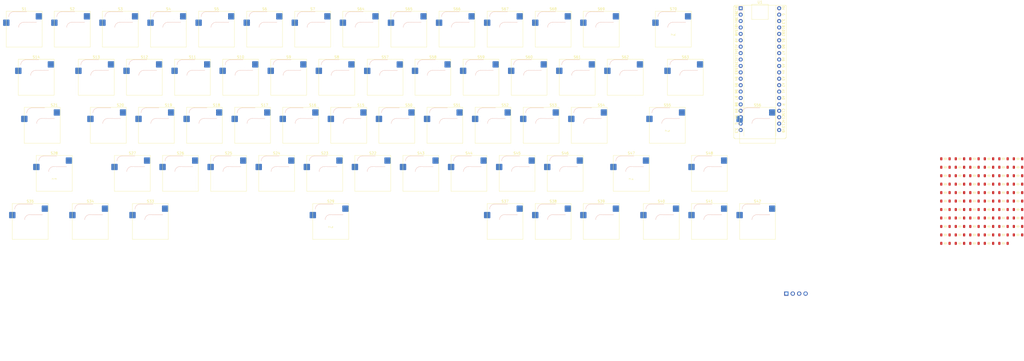
<source format=kicad_pcb>
(kicad_pcb (version 20240108) (generator "pcbnew") (generator_version "8.0")
  (layers (0 "F.Cu" signal) (31 "B.Cu" signal) (34 "B.Paste" user) (35 "F.Paste" user) (36 "B.SilkS" user "B.Silkscreen") (37 "F.SilkS" user "F.Silkscreen") (38 "B.Mask" user) (39 "F.Mask" user) (44 "Edge.Cuts" user))
  (net 0 "")
  (net 1 "Net-(D1-A)")
  (net 2 "ROW0")
  (net 3 "Net-(D2-A)")
  (net 4 "Net-(D3-A)")
  (net 5 "Net-(D4-A)")
  (net 6 "Net-(D5-A)")
  (net 7 "Net-(D6-A)")
  (net 8 "Net-(D7-A)")
  (net 9 "ROW1")
  (net 10 "Net-(D8-A)")
  (net 11 "Net-(D9-A)")
  (net 12 "Net-(D10-A)")
  (net 13 "Net-(D11-A)")
  (net 14 "Net-(D12-A)")
  (net 15 "Net-(D13-A)")
  (net 16 "Net-(D14-A)")
  (net 17 "Net-(D15-A)")
  (net 18 "ROW2")
  (net 19 "Net-(D16-A)")
  (net 20 "ROW3")
  (net 21 "Net-(D17-A)")
  (net 22 "Net-(D18-A)")
  (net 23 "Net-(D19-A)")
  (net 24 "Net-(D20-A)")
  (net 25 "Net-(D21-A)")
  (net 26 "Net-(D22-A)")
  (net 27 "Net-(D23-A)")
  (net 28 "Net-(D24-A)")
  (net 29 "Net-(D25-A)")
  (net 30 "Net-(D26-A)")
  (net 31 "Net-(D27-A)")
  (net 32 "Net-(D28-A)")
  (net 33 "ROW4")
  (net 34 "Net-(D29-A)")
  (net 35 "ROW5")
  (net 36 "ROW6")
  (net 37 "Net-(D33-A)")
  (net 38 "Net-(D34-A)")
  (net 39 "ROW7")
  (net 40 "Net-(D35-A)")
  (net 41 "ROW8")
  (net 42 "Net-(D37-A)")
  (net 43 "Net-(D38-A)")
  (net 44 "ROW9")
  (net 45 "Net-(D39-A)")
  (net 46 "Net-(D40-A)")
  (net 47 "Net-(D41-A)")
  (net 48 "Net-(D42-A)")
  (net 49 "Net-(D43-A)")
  (net 50 "Net-(D44-A)")
  (net 51 "Net-(D45-A)")
  (net 52 "Net-(D46-A)")
  (net 53 "Net-(D47-A)")
  (net 54 "Net-(D48-A)")
  (net 55 "Net-(D50-A)")
  (net 56 "Net-(D51-A)")
  (net 57 "Net-(D52-A)")
  (net 58 "Net-(D53-A)")
  (net 59 "Net-(D54-A)")
  (net 60 "Net-(D55-A)")
  (net 61 "Net-(D56-A)")
  (net 62 "Net-(D57-A)")
  (net 63 "Net-(D58-A)")
  (net 64 "Net-(D59-A)")
  (net 65 "Net-(D60-A)")
  (net 66 "Net-(D61-A)")
  (net 67 "Net-(D62-A)")
  (net 68 "Net-(D63-A)")
  (net 69 "Net-(D64-A)")
  (net 70 "Net-(D65-A)")
  (net 71 "Net-(D66-A)")
  (net 72 "Net-(D67-A)")
  (net 73 "Net-(D68-A)")
  (net 74 "Net-(D69-A)")
  (net 75 "Net-(D70-A)")
  (net 76 "COL0")
  (net 77 "COL1")
  (net 78 "COL2")
  (net 79 "COL3")
  (net 80 "COL4")
  (net 81 "COL5")
  (net 82 "COL6")
  (net 107 "Net-(D43-K)")
  (net 108 "Net-(D50-K)")
  (net 109 "Net-(D57-K)")
  (footprint "ScottoKeebs_Hotswap:Hotswap_MX_1.00u" (layer "F.Cu") (at 250.29 46.105)
    (property "Reference" "S67")
    (property "Value" "Keyswitch")
  )
  (footprint "ScottoKeebs_Components:Diode_SOD-123" (layer "F.Cu") (at 453.505 104.17)
    (property "Reference" "D63" (hide yes))
    (property "Value" "Diode")
  )
  (footprint "ScottoKeebs_Components:Diode_SOD-123" (layer "F.Cu") (at 424.755 127.62)
    (property "Reference" "D10" (hide yes))
    (property "Value" "Diode")
  )
  (footprint "ScottoKeebs_Components:Diode_SOD-123" (layer "F.Cu") (at 453.505 107.52)
    (property "Reference" "D64" (hide yes))
    (property "Value" "Diode")
  )
  (footprint "ScottoKeebs_Components:Diode_SOD-123" (layer "F.Cu") (at 453.505 100.82)
    (property "Reference" "D62" (hide yes))
    (property "Value" "Diode")
  )
  (footprint "ScottoKeebs_Components:Diode_SOD-123" (layer "F.Cu") (at 430.505 114.22)
    (property "Reference" "D17" (hide yes))
    (property "Value" "Diode")
  )
  (footprint "ScottoKeebs_Components:Diode_SOD-123" (layer "F.Cu") (at 447.755 127.62)
    (property "Reference" "D59" (hide yes))
    (property "Value" "Diode")
  )
  (footprint "ScottoKeebs_Hotswap:Hotswap_MX_1.00u" (layer "F.Cu") (at 350.3025 84.205)
    (property "Reference" "S56")
    (property "Value" "Keyswitch")
  )
  (footprint "ScottoKeebs_Components:Diode_SOD-123" (layer "F.Cu") (at 453.505 127.62)
    (property "Reference" "D70" (hide yes))
    (property "Value" "Diode")
  )
  (footprint "ScottoKeebs_Components:Diode_SOD-123" (layer "F.Cu") (at 436.255 104.17)
    (property "Reference" "D25" (hide yes))
    (property "Value" "Diode")
  )
  (footprint "ScottoKeebs_Hotswap:Hotswap_MX_1.00u" (layer "F.Cu") (at 212.19 46.105)
    (property "Reference" "S65")
    (property "Value" "Keyswitch")
  )
  (footprint "ScottoKeebs_Hotswap:Hotswap_MX_2.00u" (layer "F.Cu") (at 316.965 46.105)
    (property "Reference" "S70")
    (property "Value" "Keyswitch")
  )
  (footprint "ScottoKeebs_Hotswap:Hotswap_MX_1.00u" (layer "F.Cu") (at 59.79 46.105)
    (property "Reference" "S1")
    (property "Value" "Keyswitch")
  )
  (footprint "ScottoKeebs_Components:Diode_SOD-123" (layer "F.Cu") (at 436.255 127.62)
    (property "Reference" "D35" (hide yes))
    (property "Value" "Diode")
  )
  (footprint "ScottoKeebs_Components:Diode_SOD-123" (layer "F.Cu") (at 453.505 120.92)
    (property "Reference" "D68" (hide yes))
    (property "Value" "Diode")
  )
  (footprint "ScottoKeebs_Hotswap:Hotswap_MX_1.25u" (layer "F.Cu") (at 62.17125 122.305)
    (property "Reference" "S35")
    (property "Value" "Keyswitch")
  )
  (footprint "ScottoKeebs_Hotswap:Hotswap_MX_1.00u" (layer "F.Cu") (at 269.34 122.305)
    (property "Reference" "S38")
    (property "Value" "Keyswitch")
  )
  (footprint "ScottoKeebs_Hotswap:Hotswap_MX_1.75u" (layer "F.Cu") (at 66.93375 84.205)
    (property "Reference" "S21")
    (property "Value" "Keyswitch")
  )
  (footprint "ScottoKeebs_Hotswap:Hotswap_MX_1.00u" (layer "F.Cu") (at 331.2525 103.255)
    (property "Reference" "S48")
    (property "Value" "Keyswitch")
  )
  (footprint "ScottoKeebs_Hotswap:Hotswap_MX_1.00u" (layer "F.Cu") (at 112.1775 84.205)
    (property "Reference" "S19")
    (property "Value" "Keyswitch")
  )
  (footprint "ScottoKeebs_Hotswap:Hotswap_MX_1.00u" (layer "F.Cu") (at 150.2775 84.205)
    (property "Reference" "S17")
    (property "Value" "Keyswitch")
  )
  (footprint "ScottoKeebs_Components:Diode_SOD-123" (layer "F.Cu") (at 430.505 117.57)
    (property "Reference" "D18" (hide yes))
    (property "Value" "Diode")
  )
  (footprint "ScottoKeebs_Hotswap:Hotswap_MX_2.25u" (layer "F.Cu") (at 71.69625 103.255)
    (property "Reference" "S28")
    (property "Value" "Keyswitch")
  )
  (footprint "ScottoKeebs_Components:Diode_SOD-123" (layer "F.Cu") (at 442.005 130.97)
    (property "Reference" "D48" (hide yes))
    (property "Value" "Diode")
  )
  (footprint "ScottoKeebs_Hotswap:Hotswap_MX_1.00u" (layer "F.Cu") (at 193.14 46.105)
    (property "Reference" "S64")
    (property "Value" "Keyswitch")
  )
  (footprint "WeAct_Black_Pill_V2.0:STM32F411_Black_Pill" (layer "F.Cu") (at 351.2677 61.9546)
    (property "Reference" "U1")
    (property "Value" "STM32F411 BlackPill")
  )
  (footprint "ScottoKeebs_Hotswap:Hotswap_MX_1.00u" (layer "F.Cu") (at 283.6275 84.205)
    (property "Reference" "S54")
    (property "Value" "Keyswitch")
  )
  (footprint "ScottoKeebs_Hotswap:Hotswap_MX_1.00u" (layer "F.Cu") (at 121.7025 103.255)
    (property "Reference" "S26")
    (property "Value" "Keyswitch")
  )
  (footprint "ScottoKeebs_Hotswap:Hotswap_MX_1.00u" (layer "F.Cu") (at 216.9525 103.255)
    (property "Reference" "S43")
    (property "Value" "Keyswitch")
  )
  (footprint "ScottoKeebs_Components:Diode_SOD-123" (layer "F.Cu") (at 424.755 120.92)
    (property "Reference" "D8" (hide yes))
    (property "Value" "Diode")
  )
  (footprint "ScottoKeebs_Hotswap:Hotswap_MX_1.00u" (layer "F.Cu") (at 269.34 46.105)
    (property "Reference" "S68")
    (property "Value" "Keyswitch")
  )
  (footprint "ScottoKeebs_Components:Diode_SOD-123" (layer "F.Cu") (at 447.755 97.47)
    (property "Reference" "D50" (hide yes))
    (property "Value" "Diode")
  )
  (footprint "ScottoKeebs_Components:Diode_SOD-123" (layer "F.Cu") (at 453.505 110.87)
    (property "Reference" "D65" (hide yes))
    (property "Value" "Diode")
  )
  (footprint "ScottoKeebs_Hotswap:Hotswap_MX_1.00u" (layer "F.Cu") (at 169.3275 84.205)
    (property "Reference" "S16")
    (property "Value" "Keyswitch")
  )
  (footprint "ScottoKeebs_Hotswap:Hotswap_MX_1.00u" (layer "F.Cu") (at 164.565 65.155)
    (property "Reference" "S9")
    (property "Value" "Keyswitch")
  )
  (footprint "ScottoKeebs_Components:Diode_SOD-123" (layer "F.Cu") (at 430.505 104.17)
    (property "Reference" "D14" (hide yes))
    (property "Value" "Diode")
  )
  (footprint "ScottoKeebs_Hotswap:Hotswap_MX_1.50u" (layer "F.Cu") (at 321.7275 65.155)
    (property "Reference" "S63")
    (property "Value" "Keyswitch")
  )
  (footprint "ScottoKeebs_Hotswap:Hotswap_MX_1.50u" (layer "F.Cu") (at 64.5525 65.155)
    (property "Reference" "S14")
    (property "Value" "Keyswitch")
  )
  (footprint "ScottoKeebs_Hotswap:Hotswap_MX_1.00u" (layer "F.Cu") (at 245.5275 84.205)
    (property "Reference" "S52")
    (property "Value" "Keyswitch")
  )
  (footprint "ScottoKeebs_Hotswap:Hotswap_MX_1.00u" (layer "F.Cu") (at 264.5775 84.205)
    (property "Reference" "S53")
    (property "Value" "Keyswitch")
  )
  (footprint "ScottoKeebs_Components:Diode_SOD-123" (layer "F.Cu") (at 442.005 114.22)
    (property "Reference" "D43" (hide yes))
    (property "Value" "Diode")
  )
  (footprint "ScottoKeebs_Hotswap:Hotswap_MX_1.00u" (layer "F.Cu") (at 116.94 46.105)
    (property "Reference" "S4")
    (property "Value" "Keyswitch")
  )
  (footprint "ScottoKeebs_Hotswap:Hotswap_MX_1.00u" (layer "F.Cu") (at 231.24 46.105)
    (property "Reference" "S66")
    (property "Value" "Keyswitch")
  )
  (footprint "ScottoKeebs_Components:Diode_SOD-123" (layer "F.Cu") (at 436.255 117.57)
    (property "Reference" "D29" (hide yes))
    (property "Value" "Diode")
  )
  (footprint "ScottoKeebs_Components:Diode_SOD-123" (layer "F.Cu") (at 453.505 114.22)
    (property "Reference" "D66" (hide yes))
    (property "Value" "Diode")
  )
  (footprint "ScottoKeebs_Components:Diode_SOD-123" (layer "F.Cu") (at 424.755 97.47)
    (property "Reference" "D1" (hide yes))
    (property "Value" "Diode")
  )
  (footprint "ScottoKeebs_Hotswap:Hotswap_MX_1.00u" (layer "F.Cu") (at 159.8025 103.255)
    (property "Reference" "S24")
    (property "Value" "Keyswitch")
  )
  (footprint "ScottoKeebs_Components:Diode_SOD-123" (layer "F.Cu") (at 430.505 120.92)
    (property "Reference" "D19" (hide yes))
    (property "Value" "Diode")
  )
  (footprint "ScottoKeebs_Hotswap:Hotswap_MX_1.00u" (layer "F.Cu") (at 312.2025 122.305)
    (property "Reference" "S40")
    (property "Value" "Keyswitch")
  )
  (footprint "ScottoKeebs_Components:Diode_SOD-123" (layer "F.Cu") (at 424.755 100.82)
    (property "Reference" "D2" (hide yes))
    (property "Value" "Diode")
  )
  (footprint "ScottoKeebs_Components:Diode_SOD-123" (layer "F.Cu") (at 447.755 104.17)
    (property "Reference" "D52" (hide yes))
    (property "Value" "Diode")
  )
  (footprint "ScottoKeebs_Components:Diode_SOD-123" (layer "F.Cu") (at 424.755 117.57)
    (property "Reference" "D7" (hide yes))
    (property "Value" "Diode")
  )
  (footprint "ScottoKeebs_Components:Diode_SOD-123" (layer "F.Cu") (at 447.755 117.57)
    (property "Reference" "D56" (hide yes))
    (property "Value" "Diode")
  )
  (footprint "ScottoKeebs_Components:Diode_SOD-123" (layer "F.Cu") (at 453.505 117.57)
    (property "Reference" "D67" (hide yes))
    (property "Value" "Diode")
  )
  (footprint "ScottoKeebs_Hotswap:Hotswap_MX_1.00u" (layer "F.Cu") (at 107.415 65.155)
    (property "Reference" "S12")
    (property "Value" "Keyswitch")
  )
  (footprint "ScottoKeebs_Hotswap:Hotswap_MX_1.00u" (layer "F.Cu") (at 135.99 46.105)
    (property "Reference" "S5")
    (property "Value" "Keyswitch")
  )
  (footprint "ScottoKeebs_Hotswap:Hotswap_MX_1.00u" (layer "F.Cu") (at 102.6525 103.255)
    (property "Reference" "S27")
    (property "Value" "Keyswitch")
  )
  (footprint "ScottoKeebs_Components:Diode_SOD-123" (layer "F.Cu") (at 424.755 104.17)
    (property "Reference" "D3" (hide yes))
    (property "Value" "Diode")
  )
  (footprint "ScottoKeebs_Components:Diode_SOD-123" (layer "F.Cu") (at 430.505 107.52)
    (property "Reference" "D15" (hide yes))
    (property "Value" "Diode")
  )
  (footprint "ScottoKeebs_Hotswap:Hotswap_MX_1.00u" (layer "F.Cu") (at 207.4275 84.205)
    (property "Reference" "S50")
    (property "Value" "Keyswitch")
  )
  (footprint "ScottoKeebs_Components:Diode_SOD-123" (layer "F.Cu") (at 430.505 110.87)
    (property "Reference" "D16" (hide yes))
    (property "Value" "Diode")
  )
  (footprint "ScottoKeebs_Hotswap:Hotswap_MX_1.00u" (layer "F.Cu") (at 140.7525 103.255)
    (property "Reference" "S25")
    (property "Value" "Keyswitch")
  )
  (footprint "ScottoKeebs_Hotswap:Hotswap_MX_1.00u" (layer "F.Cu") (at 331.2525 122.305)
    (property "Reference" "S41")
    (property "Value" "Keyswitch")
  )
  (footprint "ScottoKeebs_Stabilizer:Stabilizer_MX_6.25u" (layer "F.Cu") (at 181.23375 122.305 180)
    (property "Reference" "H5")
    (property "Value" "Mounting_Hole")
  )
  (footprint "ScottoKeebs_Components:Diode_SOD-123" (layer "F.Cu") (at 436.255 130.97)
    (property "Reference" "D37" (hide yes))
    (property "Value" "Diode")
  )
  (footprint "ScottoKeebs_Components:Diode_SOD-123" (layer "F.Cu") (at 453.505 97.47)
    (property "Reference" "D61" (hide yes))
    (property "Value" "Diode")
  )
  (footprint "ScottoKeebs_Components:Diode_SOD-123" (layer "F.Cu") (at 424.755 114.22)
    (property "Reference" "D6" (hide yes))
    (property "Value" "Diode")
  )
  (footprint "ScottoKeebs_Hotswap:Hotswap_MX_1.00u" (layer "F.Cu") (at 202.775 65.18)
    (property "Reference" "S57")
    (property "Value" "Keyswitch")
  )
  (footprint "ScottoKeebs_Components:Diode_SOD-123" (layer "F.Cu") (at 442.005 107.52)
    (property "Reference" "D41" (hide yes))
    (property "Value" "Diode")
  )
  (footprint "ScottoKeebs_Components:Diode_SOD-123" (layer "F.Cu") (at 447.755 100.82)
    (property "Reference" "D51" (hide yes))
    (property "Value" "Diode")
  )
  (footprint "ScottoKeebs_Stabilizer:Stabilizer_MX_2.00u" (layer "F.Cu") (at 71.69625 103.255 180)
    (property "Reference" "H4")
    (property "Value" "Mounting_Hole")
  )
  (footprint "ScottoKeebs_Hotswap:Hotswap_MX_1.00u" (layer "F.Cu") (at 250.29 122.305)
    (property "Reference" "S37")
    (property "Value" "Keyswitch")
  )
  (footprint "ScottoKeebs_Hotswap:Hotswap_MX_1.25u" (layer "F.Cu") (at 85.98375 122.305)
    (property "Reference" "S34")
    (property "Value" "Keyswitch")
  )
  (footprint "ScottoKeebs_Components:Diode_SOD-123" (layer "F.Cu") (at 436.255 114.22)
    (property "Reference" "D28" (hide yes))
    (property "Value" "Diode")
  )
  (footprint "ScottoKeebs_Hotswap:Hotswap_MX_1.00u" (layer "F.Cu") (at 97.89 46.105)
    (property "Reference" "S3")
    (property "Value" "Keyswitch")
  )
  (footprint "ScottoKeebs_Components:Diode_SOD-123" (layer "F.Cu") (at 430.505 127.62)
    (property "Reference" "D21" (hide yes))
    (property "Value" "Diode")
  )
  (footprint "ScottoKeebs_Components:Diode_SOD-123" (layer "F.Cu") (at 442.005 100.82)
    (property "Reference" "D39" (hide yes))
    (property "Value" "Diode")
  )
  (footprint "ScottoKeebs_Components:Diode_SOD-123" (layer "F.Cu") (at 447.755 130.97)
    (property "Reference" "D60" (hide yes))
    (property "Value" "Diode")
  )
  (footprint "ScottoKeebs_Stabilizer:Stabilizer_MX_2.00u" (layer "F.Cu") (at 316.965 46.105 180)
    (property "Reference" "H2")
    (property "Value" "Mounting_Hole")
  )
  (footprint "ScottoKeebs_Components:Diode_SOD-123" (layer "F.Cu") (at 436.255 110.87)
    (property "Reference" "D27" (hide yes))
    (property "Value" "Diode")
  )
  (footprint "ScottoKeebs_Hotswap:Hotswap_MX_1.00u" (layer "F.Cu") (at 288.39 122.305)
    (property "Reference" "S39")
    (property "Value" "Keyswitch")
  )
  (footprint "ScottoKeebs_Components:Diode_SOD-123" (layer "F.Cu") (at 436.255 120.92)
    (property "Reference" "D33" (hide yes))
    (property "Value" "Diode")
  )
  (footprint "ScottoKeebs_Hotswap:Hotswap_MX_1.00u" (layer "F.Cu") (at 131.2275 84.205)
    (property "Reference" "S18")
    (property "Value" "Keyswitch")
  )
  (footprint "ScottoKeebs_Components:OLED_128x64" (layer "F.Cu") (at 365.5425 150.88)
    (property "Reference" "J1" (hide yes))
    (property "Value" "OLED_128x64")
  )
  (footprint "ScottoKeebs_Components:Diode_SOD-123" (layer "F.Cu") (at 424.755 130.97)
    (property "Reference" "D11" (hide yes))
    (property "Value" "Diode")
  )
  (footprint "ScottoKeebs_Components:Diode_SOD-123" (layer "F.Cu") (at 430.505 97.47)
    (property "Reference" "D12" (hide yes))
    (property "Value" "Diode")
  )
  (footprint "ScottoKeebs_Components:Diode_SOD-123" (layer "F.Cu") (at 442.005 120.92)
    (property "Reference" "D45" (hide yes))
    (property "Value" "Diode")
  )
  (footprint "ScottoKeebs_Components:Diode_SOD-123" (layer "F.Cu") (at 424.755 124.27)
    (property "Reference" "D9" (hide yes))
    (property "Value" "Diode")
  )
  (footprint "ScottoKeebs_Hotswap:Hotswap_MX_2.25u" (layer "F.Cu") (at 314.58375 84.205)
    (property "Reference" "S55")
    (property "Value" "Keyswitch")
  )
  (footprint "ScottoKeebs_Components:Diode_SOD-123" (layer "F.Cu") (at 442.005 117.57)
    (property "Reference" "D44" (hide yes))
    (property "Value" "Diode")
  )
  (footprint "ScottoKeebs_Hotswap:Hotswap_MX_1.00u" (layer "F.Cu") (at 226.4775 84.205)
    (property "Reference" "S51")
    (property "Value" "Keyswitch")
  )
  (footprint "ScottoKeebs_Components:Diode_SOD-123" (layer "F.Cu") (at 424.755 110.87)
    (property "Reference" "D5" (hide yes))
    (property "Value" "Diode")
  )
  (footprint "ScottoKeebs_Components:Diode_SOD-123" (layer "F.Cu") (at 442.005 110.87)
    (property "Reference" "D42" (hide yes))
    (property "Value" "Diode")
  )
  (footprint "ScottoKeebs_Stabilizer:Stabilizer_MX_2.00u" (layer "F.Cu") (at 300.29625 103.255 180)
    (property "Reference" "H1")
    (property "Value" "Mounting_Hole")
  )
  (footprint "ScottoKeebs_Components:Diode_SOD-123" (layer "F.Cu") (at 436.255 107.52)
    (property "Reference" "D26" (hide yes))
    (property "Value" "Diode")
  )
  (footprint "ScottoKeebs_Hotswap:Hotswap_MX_1.00u" (layer "F.Cu") (at 255.0525 103.255)
    (property "Reference" "S45")
    (property "Value" "Keyswitch")
  )
  (footprint "ScottoKeebs_Hotswap:Hotswap_MX_1.00u" (layer "F.Cu") (at 174.09 46.105)
    (property "Reference" "S7")
    (property "Value" "Keyswitch")
  )
  (footprint "ScottoKeebs_Hotswap:Hotswap_MX_1.00u" (layer "F.Cu") (at 155.04 46.105)
    (property "Reference" "S6")
    (property "Value" "Keyswitch")
  )
  (footprint "ScottoKeebs_Hotswap:Hotswap_MX_1.00u" (layer "F.Cu") (at 145.515 65.155)
    (property "Reference" "S10")
    (property "Value" "Keyswitch")
  )
  (footprint "ScottoKeebs_Components:Diode_SOD-123" (layer "F.Cu") (at 436.255 100.82)
    (property "Reference" "D24" (hide yes))
    (property "Value" "Diode")
  )
  (footprint "ScottoKeebs_Hotswap:Hotswap_MX_1.00u" (layer "F.Cu") (at 197.9025 103.255)
    (property "Reference" "S22")
    (property "Value" "Keyswitch")
  )
  (footprint "ScottoKeebs_Components:Diode_SOD-123" (layer "F.Cu") (at 442.005 127.62)
    (property "Reference" "D47" (hide yes))
    (property "Value" "Diode")
  )
  (footprint "ScottoKeebs_Hotswap:Hotswap_MX_1.00u" (layer "F.Cu") (at 188.3775 84.205)
    (property "Reference" "S15")
    (property "Value" "Keyswitch")
  )
  (footprint "ScottoKeebs_Hotswap:Hotswap_MX_1.00u" (layer "F.Cu") (at 178.8525 103.255)
    (property "Reference" "S23")
    (property "Value" "Keyswitch")
  )
  (footprint "ScottoKeebs_Hotswap:Hotswap_MX_1.75u" (layer "F.Cu") (at 300.29625 103.255)
    (property "Reference" "S47")
    (property "Value" "Keyswitch")
  )
  (footprint "ScottoKeebs_Hotswap:Hotswap_MX_1.00u" (layer "F.Cu") (at 274.1025 103.255)
    (property "Reference" "S46")
    (property "Value" "Keyswitch")
  )
  (footprint "ScottoKeebs_Hotswap:Hotswap_MX_1.00u" (layer "F.Cu") (at 240.765 65.155)
    (property "Reference" "S59")
    (property "Value" "Keyswitch")
  )
  (footprint "ScottoKeebs_Components:Diode_SOD-123" (layer "F.Cu") (at 430.505 124.27)
    (property "Reference" "D20" (hide yes))
    (property "Value" "Diode")
  )
  (footprint "ScottoKeebs_Components:Diode_SOD-123" (layer "F.Cu") (at 436.255 124.27)
    (property "Reference" "D34" (hide yes))
    (property "Value" "Diode")
  )
  (footprint "ScottoKeebs_Components:Diode_SOD-123" (layer "F.Cu") (at 453.505 124.27)
    (property "Reference" "D69" (hide yes))
    (property "Value" "Diode")
  )
  (footprint "ScottoKeebs_Hotswap:Hotswap_MX_1.00u" (layer "F.Cu") (at 183.615 65.155)
    (property "Reference" "S8")
    (property "Value" "Keyswitch")
  )
  (footprint "ScottoKeebs_Hotswap:Hotswap_MX_1.00u" (layer "F.Cu") (at 93.1275 84.205)
    (property "Reference" "S20")
    (property "Value" "Keyswitch")
  )
  (footprint "ScottoKeebs_Components:Diode_SOD-123" (layer "F.Cu") (at 447.755 110.87)
    (property "Reference" "D54" (hide yes))
    (property "Value" "Diode")
  )
  (footprint "ScottoKeebs_Hotswap:Hotswap_MX_1.00u" (layer "F.Cu") (at 126.465 65.155)
    (property "Reference" "S11")
    (property "Value" "Keyswitch")
  )
  (footprint "ScottoKeebs_Hotswap:Hotswap_MX_1.00u" (layer "F.Cu") (at 278.865 65.155)
    (property "Reference" "S61")
    (property "Value" "Keyswitch")
  )
  (footprint "ScottoKeebs_Hotswap:Hotswap_MX_1.25u" (layer "F.Cu") (at 109.79625 122.305)
    (property "Reference" "S33")
    (property "Value" "Keyswitch")
  )
  (footprint "ScottoKeebs_Stabilizer:Stabilizer_MX_2.00u" (layer "F.Cu") (at 314.58375 84.205 180)
    (property "Reference" "H3")
    (property "Value" "Mounting_Hole")
  )
  (footprint "ScottoKeebs_Components:Diode_SOD-123" (layer "F.Cu") (at 442.005 104.17)
    (property "Reference" "D40" (hide yes))
    (property "Value" "Diode")
  )
  (footprint "ScottoKeebs_Components:Diode_SOD-123" (layer "F.Cu") (at 442.005 97.47)
    (property "Reference" "D38" (hide yes))
    (property "Value" "Diode")
  )
  (footprint "ScottoKeebs_Components:Diode_SOD-123" (layer "F.Cu") (at 424.755 107.52)
    (property "Reference" "D4" (hide yes))
    (property "Value" "Diode")
  )
  (footprint "ScottoKeebs_Hotswap:Hotswap_MX_1.00u" (layer "F.Cu") (at 297.915 65.155)
    (property "Reference" "S62")
    (property "Value" "Keyswitch")
  )
  (footprint "ScottoKeebs_Components:Diode_SOD-123" (layer "F.Cu") (at 447.755 114.22)
    (property "Reference" "D55" (hide yes))
    (property "Value" "Diode")
  )
  (footprint "ScottoKeebs_Components:Diode_SOD-123" (layer "F.Cu") (at 436.255 97.47)
    (property "Reference" "D23" (hide yes))
    (property "Value" "Diode")
  )
  (footprint "ScottoKeebs_Components:Diode_SOD-123" (layer "F.Cu") (at 430.505 100.82)
    (property "Reference" "D13" (hide yes))
    (property "Value" "Diode")
  )
  (footprint "ScottoKeebs_Components:Diode_SOD-123" (layer "F.Cu") (at 430.505 130.97)
    (property "Reference" "D22" (hide yes))
    (property "Value" "Diode")
  )
  (footprint "ScottoKeebs_Components:Diode_SOD-123" (layer "F.Cu") (at 447.755 107.52)
    (property "Reference" "D53" (hide yes))
    (property "Value" "Diode")
  )
  (footprint "ScottoKeebs_Hotswap:Hotswap_MX_1.00u" (layer "F.Cu") (at 236.0025 103.255)
    (property "Reference" "S44")
    (property "Value" "Keyswitch")
  )
  (footprint "ScottoKeebs_Hotswap:Hotswap_MX_1.00u" (layer "F.Cu") (at 288.39 46.105)
    (property "Reference" "S69")
    (property "Value" "Keyswitch")
  )
  (footprint "ScottoKeebs_Hotswap:Hotswap_MX_1.00u" (layer "F.Cu") (at 259.815 65.155)
    (property "Reference" "S60")
    (property "Value" "Keyswitch")
  )
  (footprint "ScottoKeebs_Hotswap:Hotswap_MX_1.00u" (layer "F.Cu") (at 350.3025 122.305)
    (property "Reference" "S42")
    (property "Value" "Keyswitch")
  )
  (footprint "ScottoKeebs_Components:Diode_SOD-123" (layer "F.Cu") (at 442.005 124.27)
    (property "Reference" "D46" (hide yes))
    (property "Value" "Diode")
  )
  (footprint "ScottoKeebs_Hotswap:Hotswap_MX_6.25u" (layer "F.Cu") (at 181.23375 122.305)
    (property "Reference" "S29")
    (property "Value" "Keyswitch")
  )
  (footprint "ScottoKeebs_Components:Diode_SOD-123" (layer "F.Cu") (at 447.755 124.27)
    (property "Reference" "D58" (hide yes))
    (property "Value" "Diode")
  )
  (footprint "ScottoKeebs_Hotswap:Hotswap_MX_1.00u" (layer "F.Cu") (at 88.365 65.155)
    (property "Reference" "S13")
    (property "Value" "Keyswitch")
  )
  (footprint "ScottoKeebs_Components:Diode_SOD-123" (layer "F.Cu") (at 447.755 120.92)
    (property "Reference" "D57" (hide yes))
    (property "Value" "Diode")
  )
  (footprint "ScottoKeebs_Hotswap:Hotswap_MX_1.00u" (layer "F.Cu") (at 78.84 46.105)
    (property "Reference" "S2")
    (property "Value" "Keyswitch")
  )
  (footprint "ScottoKeebs_Hotswap:Hotswap_MX_1.00u" (layer "F.Cu") (at 221.715 65.155)
    (property "Reference" "S58")
    (property "Value" "Keyswitch")
  )
)
</source>
